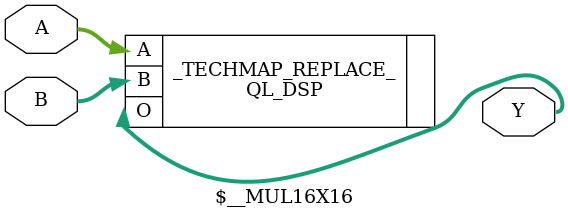
<source format=v>
module \$__MUL16X16 (input [15:0] A, input [15:0] B, output [31:0] Y);
	parameter A_SIGNED = 0;
	parameter B_SIGNED = 0;
	parameter A_WIDTH = 0;
	parameter B_WIDTH = 0;
	parameter Y_WIDTH = 0;

	QL_DSP #(
		.A_REG(1'b0),
		.B_REG(1'b0),
		.C_REG(1'b0),
		.D_REG(1'b0),
		.ENABLE_DSP(1'b1),
	) _TECHMAP_REPLACE_ (
		.A(A),
		.B(B),
		.O(Y),
	);
endmodule

</source>
